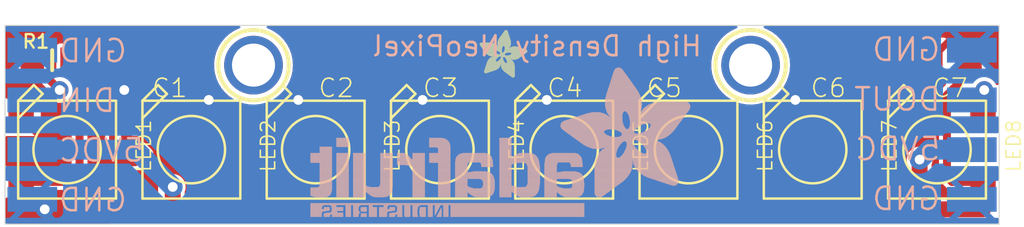
<source format=kicad_pcb>
(kicad_pcb (version 20221018) (generator pcbnew)
  (layers (0 "F.Cu" signal) (31 "B.Cu" signal) (34 "B.Paste" user) (35 "F.Paste" user) (36 "B.SilkS" user "B.Silkscreen") (37 "F.SilkS" user "F.Silkscreen") (38 "B.Mask" user) (39 "F.Mask" user) (44 "Edge.Cuts" user))
  (net 0 "")
  (net 1 "N$1")
  (net 2 "N$2")
  (net 3 "N$3")
  (net 4 "N$4")
  (net 5 "N$5")
  (net 6 "N$6")
  (net 7 "N$7")
  (net 8 "+5V")
  (net 9 "GND")
  (net 10 "N$8")
  (net 11 "N$9")
  (net 12 "N$10")
  (footprint "working:FIDUCIAL_1MM" (layer "F.Cu") (at 128.4351 101.7016)
    (fp_text reference "FID1" hide)
    (fp_text value "FIDUCIAL\"\"" hide)
    (pad "1" smd roundrect (at 0 0) (size 1 1) (layers "F.Cu" "F.Mask") (roundrect_rratio 0.5))
  )
  (footprint "working:WS2812B-NARROW" (layer "F.Cu") (at 132.6261 106.2736)
    (fp_text reference "LED2" (at 3.4925 -1.5875 90) (layer "F.SilkS") (effects (font (size 0.73152 0.73152) (thickness 0.08128)) (justify right top)))
    (fp_text value "WS2812B5050" hide)
    (pad "1-VDD" smd rect (at 2.35 1.65 180) (size 1.3 1.2) (layers "F.Cu" "F.Paste" "F.Mask") (net 8 "+5V"))
    (pad "2-DOUT" smd rect (at 2.35 -1.65 180) (size 1.3 1.2) (layers "F.Cu" "F.Paste" "F.Mask") (net 2 "N$2"))
    (pad "3-GND" smd rect (at -2.35 -1.65 180) (size 1.3 1.2) (layers "F.Cu" "F.Paste" "F.Mask") (net 9 "GND"))
    (pad "4-DIN" smd rect (at -2.35 1.65 180) (size 1.3 1.2) (layers "F.Cu" "F.Paste" "F.Mask") (net 1 "N$1"))
  )
  (footprint "working:MOUNTINGHOLE_2.0_PLATED" (layer "F.Cu") (at 161.2011 101.9556)
    (fp_text reference "U$3" hide)
    (fp_text value "MOUNTINGHOLE2.0" hide)
    (pad "P$1" thru_hole circle (at 0 0) (size 3 3) (drill 2.2) (layers "*.Cu" "*.Mask"))
    (zone (net 0) (net_name "") (layer "F.Cu") (connect_pads (clearance 0)) (min_thickness 0.25)
      (keepout (tracks not_allowed) (vias not_allowed) (pads not_allowed) (copperpour not_allowed) (footprints allowed))
      (fill (thermal_gap 0.5) (thermal_bridge_width 0.5))
      (polygon (pts (xy 163.2171 101.9556) (xy 163.19748 101.675027) (xy 163.139004 101.399915) (xy 163.042808 101.135619) (xy 162.910765 100.887283) (xy 162.745446 100.65974) (xy 162.550067 100.45742) (xy 162.328433 100.28426) (xy 162.084856 100.143631) (xy 161.824078 100.03827) (xy 161.551175 99.970228) (xy 161.271457 99.940828) (xy 160.990371 99.950644) (xy 160.713385 99.999484) (xy 160.445893 100.086397) (xy 160.1931 100.209693) (xy 159.959926 100.36697) (xy 159.750911 100.555169) (xy 159.570122 100.770625) (xy 159.421078 101.009145) (xy 159.30668 101.266087) (xy 159.229154 101.53645) (xy 159.190011 101.814971) (xy 159.190011 102.096229) (xy 159.229154 102.37475) (xy 159.30668 102.645113) (xy 159.421078 102.902055) (xy 159.570122 103.140575) (xy 159.750911 103.356031) (xy 159.959926 103.54423) (xy 160.1931 103.701507) (xy 160.445893 103.824803) (xy 160.713385 103.911716) (xy 160.990371 103.960556) (xy 161.271457 103.970372) (xy 161.551175 103.940972) (xy 161.824078 103.87293) (xy 162.084856 103.767569) (xy 162.328433 103.62694) (xy 162.550067 103.45378) (xy 162.745446 103.25146) (xy 162.910765 103.023917) (xy 163.042808 102.775581) (xy 163.139004 102.511285) (xy 163.19748 102.236173)))
      (polygon (pts (xy 161.1851 101.9556) (xy 161.189786 101.966914) (xy 161.2011 101.9716) (xy 161.212414 101.966914) (xy 161.2171 101.9556) (xy 161.212414 101.944286) (xy 161.2011 101.9396) (xy 161.189786 101.944286)))
    )
    (zone (net 0) (net_name "") (layer "B.Cu") (connect_pads (clearance 0)) (min_thickness 0.25)
      (keepout (tracks not_allowed) (vias not_allowed) (pads not_allowed) (copperpour not_allowed) (footprints allowed))
      (fill (thermal_gap 0.5) (thermal_bridge_width 0.5))
      (polygon (pts (xy 163.2171 101.9556) (xy 163.19748 101.675027) (xy 163.139004 101.399915) (xy 163.042808 101.135619) (xy 162.910765 100.887283) (xy 162.745446 100.65974) (xy 162.550067 100.45742) (xy 162.328433 100.28426) (xy 162.084856 100.143631) (xy 161.824078 100.03827) (xy 161.551175 99.970228) (xy 161.271457 99.940828) (xy 160.990371 99.950644) (xy 160.713385 99.999484) (xy 160.445893 100.086397) (xy 160.1931 100.209693) (xy 159.959926 100.36697) (xy 159.750911 100.555169) (xy 159.570122 100.770625) (xy 159.421078 101.009145) (xy 159.30668 101.266087) (xy 159.229154 101.53645) (xy 159.190011 101.814971) (xy 159.190011 102.096229) (xy 159.229154 102.37475) (xy 159.30668 102.645113) (xy 159.421078 102.902055) (xy 159.570122 103.140575) (xy 159.750911 103.356031) (xy 159.959926 103.54423) (xy 160.1931 103.701507) (xy 160.445893 103.824803) (xy 160.713385 103.911716) (xy 160.990371 103.960556) (xy 161.271457 103.970372) (xy 161.551175 103.940972) (xy 161.824078 103.87293) (xy 162.084856 103.767569) (xy 162.328433 103.62694) (xy 162.550067 103.45378) (xy 162.745446 103.25146) (xy 162.910765 103.023917) (xy 163.042808 102.775581) (xy 163.139004 102.511285) (xy 163.19748 102.236173)))
      (polygon (pts (xy 161.1851 101.9556) (xy 161.189786 101.966914) (xy 161.2011 101.9716) (xy 161.212414 101.966914) (xy 161.2171 101.9556) (xy 161.212414 101.944286) (xy 161.2011 101.9396) (xy 161.189786 101.944286)))
    )
  )
  (footprint "working:C0805K" (layer "F.Cu") (at 139.9921 101.7016 180)
    (fp_text reference "C2" (at -1 -0.875 180) (layer "F.SilkS") (effects (font (size 0.93472 0.93472) (thickness 0.08128)) (justify right top)))
    (fp_text value "")
    (pad "1" smd rect (at -1 0 180) (size 1.3 1.6) (layers "F.Cu" "F.Paste" "F.Mask") (net 8 "+5V"))
    (pad "2" smd rect (at 1 0 180) (size 1.3 1.6) (layers "F.Cu" "F.Paste" "F.Mask") (net 9 "GND"))
  )
  (footprint "working:C0805K" (layer "F.Cu") (at 171.3611 101.7016 180)
    (fp_text reference "C7" (at -1 -0.875 180) (layer "F.SilkS") (effects (font (size 0.93472 0.93472) (thickness 0.08128)) (justify right top)))
    (fp_text value "")
    (pad "1" smd rect (at -1 0 180) (size 1.3 1.6) (layers "F.Cu" "F.Paste" "F.Mask") (net 8 "+5V"))
    (pad "2" smd rect (at 1 0 180) (size 1.3 1.6) (layers "F.Cu" "F.Paste" "F.Mask") (net 9 "GND"))
  )
  (footprint "working:C0805K" (layer "F.Cu") (at 151.6761 101.7016 180)
    (fp_text reference "C4" (at -1 -0.875 180) (layer "F.SilkS") (effects (font (size 0.93472 0.93472) (thickness 0.08128)) (justify right top)))
    (fp_text value "")
    (pad "1" smd rect (at -1 0 180) (size 1.3 1.6) (layers "F.Cu" "F.Paste" "F.Mask") (net 8 "+5V"))
    (pad "2" smd rect (at 1 0 180) (size 1.3 1.6) (layers "F.Cu" "F.Paste" "F.Mask") (net 9 "GND"))
  )
  (footprint "working:MOUNTINGHOLE_2.0_PLATED" (layer "F.Cu") (at 135.8011 101.9556)
    (fp_text reference "U$2" hide)
    (fp_text value "MOUNTINGHOLE2.0" hide)
    (pad "P$1" thru_hole circle (at 0 0) (size 3 3) (drill 2.2) (layers "*.Cu" "*.Mask"))
    (zone (net 0) (net_name "") (layer "F.Cu") (connect_pads (clearance 0)) (min_thickness 0.25)
      (keepout (tracks not_allowed) (vias not_allowed) (pads not_allowed) (copperpour not_allowed) (footprints allowed))
      (fill (thermal_gap 0.5) (thermal_bridge_width 0.5))
      (polygon (pts (xy 137.8171 101.9556) (xy 137.79748 101.675027) (xy 137.739004 101.399915) (xy 137.642808 101.135619) (xy 137.510765 100.887283) (xy 137.345446 100.65974) (xy 137.150067 100.45742) (xy 136.928433 100.28426) (xy 136.684856 100.143631) (xy 136.424078 100.03827) (xy 136.151175 99.970228) (xy 135.871457 99.940828) (xy 135.590371 99.950644) (xy 135.313385 99.999484) (xy 135.045893 100.086397) (xy 134.7931 100.209693) (xy 134.559926 100.36697) (xy 134.350911 100.555169) (xy 134.170122 100.770625) (xy 134.021078 101.009145) (xy 133.90668 101.266087) (xy 133.829154 101.53645) (xy 133.790011 101.814971) (xy 133.790011 102.096229) (xy 133.829154 102.37475) (xy 133.90668 102.645113) (xy 134.021078 102.902055) (xy 134.170122 103.140575) (xy 134.350911 103.356031) (xy 134.559926 103.54423) (xy 134.7931 103.701507) (xy 135.045893 103.824803) (xy 135.313385 103.911716) (xy 135.590371 103.960556) (xy 135.871457 103.970372) (xy 136.151175 103.940972) (xy 136.424078 103.87293) (xy 136.684856 103.767569) (xy 136.928433 103.62694) (xy 137.150067 103.45378) (xy 137.345446 103.25146) (xy 137.510765 103.023917) (xy 137.642808 102.775581) (xy 137.739004 102.511285) (xy 137.79748 102.236173)))
      (polygon (pts (xy 135.7851 101.9556) (xy 135.789786 101.966914) (xy 135.8011 101.9716) (xy 135.812414 101.966914) (xy 135.8171 101.9556) (xy 135.812414 101.944286) (xy 135.8011 101.9396) (xy 135.789786 101.944286)))
    )
    (zone (net 0) (net_name "") (layer "B.Cu") (connect_pads (clearance 0)) (min_thickness 0.25)
      (keepout (tracks not_allowed) (vias not_allowed) (pads not_allowed) (copperpour not_allowed) (footprints allowed))
      (fill (thermal_gap 0.5) (thermal_bridge_width 0.5))
      (polygon (pts (xy 137.8171 101.9556) (xy 137.79748 101.675027) (xy 137.739004 101.399915) (xy 137.642808 101.135619) (xy 137.510765 100.887283) (xy 137.345446 100.65974) (xy 137.150067 100.45742) (xy 136.928433 100.28426) (xy 136.684856 100.143631) (xy 136.424078 100.03827) (xy 136.151175 99.970228) (xy 135.871457 99.940828) (xy 135.590371 99.950644) (xy 135.313385 99.999484) (xy 135.045893 100.086397) (xy 134.7931 100.209693) (xy 134.559926 100.36697) (xy 134.350911 100.555169) (xy 134.170122 100.770625) (xy 134.021078 101.009145) (xy 133.90668 101.266087) (xy 133.829154 101.53645) (xy 133.790011 101.814971) (xy 133.790011 102.096229) (xy 133.829154 102.37475) (xy 133.90668 102.645113) (xy 134.021078 102.902055) (xy 134.170122 103.140575) (xy 134.350911 103.356031) (xy 134.559926 103.54423) (xy 134.7931 103.701507) (xy 135.045893 103.824803) (xy 135.313385 103.911716) (xy 135.590371 103.960556) (xy 135.871457 103.970372) (xy 136.151175 103.940972) (xy 136.424078 103.87293) (xy 136.684856 103.767569) (xy 136.928433 103.62694) (xy 137.150067 103.45378) (xy 137.345446 103.25146) (xy 137.510765 103.023917) (xy 137.642808 102.775581) (xy 137.739004 102.511285) (xy 137.79748 102.236173)))
      (polygon (pts (xy 135.7851 101.9556) (xy 135.789786 101.966914) (xy 135.8011 101.9716) (xy 135.812414 101.966914) (xy 135.8171 101.9556) (xy 135.812414 101.944286) (xy 135.8011 101.9396) (xy 135.789786 101.944286)))
    )
  )
  (footprint "working:_0805MP" (layer "F.Cu") (at 125.5141 101.7016)
    (fp_text reference "R1" (at -1.5875 -0.9525) (layer "F.SilkS") (effects (font (size 0.692831 0.692831) (thickness 0.119969)) (justify left)))
    (fp_text value "470 OHM,")
    (pad "1" smd rect (at -1.016 0) (size 1.2 1.3) (layers "F.Cu" "F.Paste" "F.Mask") (net 10 "N$8"))
    (pad "2" smd rect (at 1.016 0) (size 1.2 1.3) (layers "F.Cu" "F.Paste" "F.Mask") (net 12 "N$10"))
  )
  (footprint "working:WS2812B-NARROW" (layer "F.Cu") (at 158.0261 106.2736)
    (fp_text reference "LED6" (at 3.4925 -1.5875 90) (layer "F.SilkS") (effects (font (size 0.73152 0.73152) (thickness 0.08128)) (justify right top)))
    (fp_text value "WS2812B5050" hide)
    (pad "1-VDD" smd rect (at 2.35 1.65 180) (size 1.3 1.2) (layers "F.Cu" "F.Paste" "F.Mask") (net 8 "+5V"))
    (pad "2-DOUT" smd rect (at 2.35 -1.65 180) (size 1.3 1.2) (layers "F.Cu" "F.Paste" "F.Mask") (net 6 "N$6"))
    (pad "3-GND" smd rect (at -2.35 -1.65 180) (size 1.3 1.2) (layers "F.Cu" "F.Paste" "F.Mask") (net 9 "GND"))
    (pad "4-DIN" smd rect (at -2.35 1.65 180) (size 1.3 1.2) (layers "F.Cu" "F.Paste" "F.Mask") (net 5 "N$5"))
  )
  (footprint "working:ADAFRUIT_2.5MM" (layer "F.Cu") (at 147.3581 102.5906)
    (fp_text reference "U$4" hide)
    (fp_text value "" hide)
  )
  (footprint "working:WS2812B-NARROW" (layer "F.Cu") (at 145.3261 106.2736)
    (fp_text reference "LED4" (at 3.4925 -1.5875 90) (layer "F.SilkS") (effects (font (size 0.73152 0.73152) (thickness 0.08128)) (justify right top)))
    (fp_text value "WS2812B5050" hide)
    (pad "1-VDD" smd rect (at 2.35 1.65 180) (size 1.3 1.2) (layers "F.Cu" "F.Paste" "F.Mask") (net 8 "+5V"))
    (pad "2-DOUT" smd rect (at 2.35 -1.65 180) (size 1.3 1.2) (layers "F.Cu" "F.Paste" "F.Mask") (net 4 "N$4"))
    (pad "3-GND" smd rect (at -2.35 -1.65 180) (size 1.3 1.2) (layers "F.Cu" "F.Paste" "F.Mask") (net 9 "GND"))
    (pad "4-DIN" smd rect (at -2.35 1.65 180) (size 1.3 1.2) (layers "F.Cu" "F.Paste" "F.Mask") (net 3 "N$3"))
  )
  (footprint "working:C0805K" (layer "F.Cu") (at 145.3261 101.7016 180)
    (fp_text reference "C3" (at -1 -0.875 180) (layer "F.SilkS") (effects (font (size 0.93472 0.93472) (thickness 0.08128)) (justify right top)))
    (fp_text value "")
    (pad "1" smd rect (at -1 0 180) (size 1.3 1.6) (layers "F.Cu" "F.Paste" "F.Mask") (net 8 "+5V"))
    (pad "2" smd rect (at 1 0 180) (size 1.3 1.6) (layers "F.Cu" "F.Paste" "F.Mask") (net 9 "GND"))
  )
  (footprint "working:WS2812B-NARROW" (layer "F.Cu") (at 170.7261 106.2736)
    (fp_text reference "LED8" (at 3.4925 -1.5875 90) (layer "F.SilkS") (effects (font (size 0.73152 0.73152) (thickness 0.08128)) (justify right top)))
    (fp_text value "WS2812B5050" hide)
    (pad "1-VDD" smd rect (at 2.35 1.65 180) (size 1.3 1.2) (layers "F.Cu" "F.Paste" "F.Mask") (net 8 "+5V"))
    (pad "2-DOUT" smd rect (at 2.35 -1.65 180) (size 1.3 1.2) (layers "F.Cu" "F.Paste" "F.Mask") (net 11 "N$9"))
    (pad "3-GND" smd rect (at -2.35 -1.65 180) (size 1.3 1.2) (layers "F.Cu" "F.Paste" "F.Mask") (net 9 "GND"))
    (pad "4-DIN" smd rect (at -2.35 1.65 180) (size 1.3 1.2) (layers "F.Cu" "F.Paste" "F.Mask") (net 7 "N$7"))
  )
  (footprint "working:FIDUCIAL_1MM" (layer "F.Cu") (at 168.1861 101.7016)
    (fp_text reference "FID3" hide)
    (fp_text value "FIDUCIAL\"\"" hide)
    (pad "1" smd roundrect (at 0 0) (size 1 1) (layers "F.Cu" "F.Mask") (roundrect_rratio 0.5))
  )
  (footprint "working:WS2812B-NARROW" (layer "F.Cu") (at 164.3761 106.2736)
    (fp_text reference "LED7" (at 3.4925 -1.5875 90) (layer "F.SilkS") (effects (font (size 0.73152 0.73152) (thickness 0.08128)) (justify right top)))
    (fp_text value "WS2812B5050" hide)
    (pad "1-VDD" smd rect (at 2.35 1.65 180) (size 1.3 1.2) (layers "F.Cu" "F.Paste" "F.Mask") (net 8 "+5V"))
    (pad "2-DOUT" smd rect (at 2.35 -1.65 180) (size 1.3 1.2) (layers "F.Cu" "F.Paste" "F.Mask") (net 7 "N$7"))
    (pad "3-GND" smd rect (at -2.35 -1.65 180) (size 1.3 1.2) (layers "F.Cu" "F.Paste" "F.Mask") (net 9 "GND"))
    (pad "4-DIN" smd rect (at -2.35 1.65 180) (size 1.3 1.2) (layers "F.Cu" "F.Paste" "F.Mask") (net 6 "N$6"))
  )
  (footprint "working:C0805K" (layer "F.Cu") (at 131.4831 101.7016 180)
    (fp_text reference "C1" (at -1 -0.875 180) (layer "F.SilkS") (effects (font (size 0.93472 0.93472) (thickness 0.08128)) (justify right top)))
    (fp_text value "")
    (pad "1" smd rect (at -1 0 180) (size 1.3 1.6) (layers "F.Cu" "F.Paste" "F.Mask") (net 8 "+5V"))
    (pad "2" smd rect (at 1 0 180) (size 1.3 1.6) (layers "F.Cu" "F.Paste" "F.Mask") (net 9 "GND"))
  )
  (footprint "working:WS2812B-NARROW" (layer "F.Cu") (at 126.2761 106.2736)
    (fp_text reference "LED1" (at 3.4925 -1.5875 90) (layer "F.SilkS") (effects (font (size 0.73152 0.73152) (thickness 0.08128)) (justify right top)))
    (fp_text value "WS2812B5050" hide)
    (pad "1-VDD" smd rect (at 2.35 1.65 180) (size 1.3 1.2) (layers "F.Cu" "F.Paste" "F.Mask") (net 8 "+5V"))
    (pad "2-DOUT" smd rect (at 2.35 -1.65 180) (size 1.3 1.2) (layers "F.Cu" "F.Paste" "F.Mask") (net 1 "N$1"))
    (pad "3-GND" smd rect (at -2.35 -1.65 180) (size 1.3 1.2) (layers "F.Cu" "F.Paste" "F.Mask") (net 9 "GND"))
    (pad "4-DIN" smd rect (at -2.35 1.65 180) (size 1.3 1.2) (layers "F.Cu" "F.Paste" "F.Mask") (net 12 "N$10"))
  )
  (footprint "working:WS2812B-NARROW" (layer "F.Cu") (at 138.9761 106.2736)
    (fp_text reference "LED3" (at 3.4925 -1.5875 90) (layer "F.SilkS") (effects (font (size 0.73152 0.73152) (thickness 0.08128)) (justify right top)))
    (fp_text value "WS2812B5050" hide)
    (pad "1-VDD" smd rect (at 2.35 1.65 180) (size 1.3 1.2) (layers "F.Cu" "F.Paste" "F.Mask") (net 8 "+5V"))
    (pad "2-DOUT" smd rect (at 2.35 -1.65 180) (size 1.3 1.2) (layers "F.Cu" "F.Paste" "F.Mask") (net 3 "N$3"))
    (pad "3-GND" smd rect (at -2.35 -1.65 180) (size 1.3 1.2) (layers "F.Cu" "F.Paste" "F.Mask") (net 9 "GND"))
    (pad "4-DIN" smd rect (at -2.35 1.65 180) (size 1.3 1.2) (layers "F.Cu" "F.Paste" "F.Mask") (net 2 "N$2"))
  )
  (footprint "working:C0805K" (layer "F.Cu") (at 165.1381 101.7016 180)
    (fp_text reference "C6" (at -1 -0.875 180) (layer "F.SilkS") (effects (font (size 0.93472 0.93472) (thickness 0.08128)) (justify right top)))
    (fp_text value "")
    (pad "1" smd rect (at -1 0 180) (size 1.3 1.6) (layers "F.Cu" "F.Paste" "F.Mask") (net 8 "+5V"))
    (pad "2" smd rect (at 1 0 180) (size 1.3 1.6) (layers "F.Cu" "F.Paste" "F.Mask") (net 9 "GND"))
  )
  (footprint "working:C0805K" (layer "F.Cu") (at 156.7561 101.7016 180)
    (fp_text reference "C5" (at -1 -0.875 180) (layer "F.SilkS") (effects (font (size 0.93472 0.93472) (thickness 0.08128)) (justify right top)))
    (fp_text value "")
    (pad "1" smd rect (at -1 0 180) (size 1.3 1.6) (layers "F.Cu" "F.Paste" "F.Mask") (net 8 "+5V"))
    (pad "2" smd rect (at 1 0 180) (size 1.3 1.6) (layers "F.Cu" "F.Paste" "F.Mask") (net 9 "GND"))
  )
  (footprint "working:WS2812B-NARROW" (layer "F.Cu") (at 151.6761 106.2736)
    (fp_text reference "LED5" (at 3.4925 -1.5875 90) (layer "F.SilkS") (effects (font (size 0.73152 0.73152) (thickness 0.08128)) (justify right top)))
    (fp_text value "WS2812B5050" hide)
    (pad "1-VDD" smd rect (at 2.35 1.65 180) (size 1.3 1.2) (layers "F.Cu" "F.Paste" "F.Mask") (net 8 "+5V"))
    (pad "2-DOUT" smd rect (at 2.35 -1.65 180) (size 1.3 1.2) (layers "F.Cu" "F.Paste" "F.Mask") (net 5 "N$5"))
    (pad "3-GND" smd rect (at -2.35 -1.65 180) (size 1.3 1.2) (layers "F.Cu" "F.Paste" "F.Mask") (net 9 "GND"))
    (pad "4-DIN" smd rect (at -2.35 1.65 180) (size 1.3 1.2) (layers "F.Cu" "F.Paste" "F.Mask") (net 4 "N$4"))
  )
  (footprint "working:ADAFRUIT_TEXT_20MM" (layer "B.Cu") (at 158.2801 109.7026 180)
    (fp_text reference "U$1" hide)
    (fp_text value "" hide)
  )
  (footprint "working:1X4-SMT" (layer "B.Cu") (at 124.4981 105.0036 90)
    (fp_text reference "CN2" hide)
    (fp_text value "1X4SMT" hide)
    (pad "1" smd rect (at -3.81 0 90) (size 1.27 2.54) (layers "B.Cu" "B.Paste" "B.Mask") (net 9 "GND"))
    (pad "2" smd rect (at -1.27 0 90) (size 1.27 2.54) (layers "B.Cu" "B.Paste" "B.Mask") (net 8 "+5V"))
    (pad "3" smd rect (at 1.27 0 90) (size 1.27 2.54) (layers "B.Cu" "B.Paste" "B.Mask") (net 10 "N$8"))
    (pad "4" smd rect (at 3.81 0 90) (size 1.27 2.54) (layers "B.Cu" "B.Paste" "B.Mask") (net 9 "GND"))
  )
  (footprint "working:1X4-SMT" (layer "B.Cu") (at 172.5041 105.0036 -90)
    (fp_text reference "CN1" hide)
    (fp_text value "1X4SMT" hide)
    (pad "1" smd rect (at -3.81 0 270) (size 1.27 2.54) (layers "B.Cu" "B.Paste" "B.Mask") (net 9 "GND"))
    (pad "2" smd rect (at -1.27 0 270) (size 1.27 2.54) (layers "B.Cu" "B.Paste" "B.Mask") (net 11 "N$9"))
    (pad "3" smd rect (at 1.27 0 270) (size 1.27 2.54) (layers "B.Cu" "B.Paste" "B.Mask") (net 8 "+5V"))
    (pad "4" smd rect (at 3.81 0 270) (size 1.27 2.54) (layers "B.Cu" "B.Paste" "B.Mask") (net 9 "GND"))
  )
  (gr_line (start 173.9011 110.0836) (end 173.9011 99.9236) (stroke (width 0.05)) (layer "Edge.Cuts"))
  (gr_line (start 173.9011 99.9236) (end 123.1011 99.9236) (stroke (width 0.05)) (layer "Edge.Cuts"))
  (gr_line (start 123.1011 110.0836) (end 173.9011 110.0836) (stroke (width 0.05)) (layer "Edge.Cuts"))
  (gr_line (start 123.1011 99.9236) (end 123.1011 110.0836) (stroke (width 0.05)) (layer "Edge.Cuts"))
  (gr_text "GND" (at 170.9801 109.4486) (layer "B.SilkS") (effects (font (size 1.143 1.143) (thickness 0.127)) (justify left bottom mirror)))
  (gr_text "DIN" (at 125.7681 103.0986) (layer "B.SilkS") (effects (font (size 1.143 1.143) (thickness 0.127)) (justify right top mirror)))
  (gr_text "5VDC" (at 125.7681 105.6386) (layer "B.SilkS") (effects (font (size 1.143 1.143) (thickness 0.127)) (justify right top mirror)))
  (gr_text "DOUT" (at 170.9801 104.3686) (layer "B.SilkS") (effects (font (size 1.143 1.143) (thickness 0.127)) (justify left bottom mirror)))
  (gr_text "GND" (at 125.7681 108.1786) (layer "B.SilkS") (effects (font (size 1.143 1.143) (thickness 0.127)) (justify right top mirror)))
  (gr_text "High Density NeoPixel" (at 158.7881 101.5746) (layer "B.SilkS") (effects (font (size 1.00584 1.00584) (thickness 0.13716)) (justify left bottom mirror)))
  (gr_text "GND" (at 170.9801 101.8286) (layer "B.SilkS") (effects (font (size 1.143 1.143) (thickness 0.127)) (justify left bottom mirror)))
  (gr_text "5VDC" (at 170.9801 106.9086) (layer "B.SilkS") (effects (font (size 1.143 1.143) (thickness 0.127)) (justify left bottom mirror)))
  (gr_text "GND" (at 125.7681 100.5586) (layer "B.SilkS") (effects (font (size 1.143 1.143) (thickness 0.127)) (justify right top mirror)))
  (segment (start 130.2761 107.9236) (end 130.2761 106.5276) (width 0.4064) (layer "F.Cu") (net 1))
  (segment (start 130.0221 106.2736) (end 128.8801 106.2736) (width 0.4064) (layer "F.Cu") (net 1))
  (segment (start 128.6261 106.0196) (end 128.8801 106.2736) (width 0.4064) (layer "F.Cu") (net 1))
  (segment (start 130.2761 106.5276) (end 130.0221 106.2736) (width 0.4064) (layer "F.Cu") (net 1))
  (segment (start 128.6261 104.6236) (end 128.6261 106.0196) (width 0.4064) (layer "F.Cu") (net 1))
  (segment (start 136.6261 106.5276) (end 136.3721 106.2736) (width 0.4064) (layer "F.Cu") (net 2))
  (segment (start 136.6261 107.9236) (end 136.6261 106.5276) (width 0.4064) (layer "F.Cu") (net 2))
  (segment (start 136.3721 106.2736) (end 135.2301 106.2736) (width 0.4064) (layer "F.Cu") (net 2))
  (segment (start 134.9761 106.0196) (end 135.2301 106.2736) (width 0.4064) (layer "F.Cu") (net 2))
  (segment (start 134.9761 104.6236) (end 134.9761 106.0196) (width 0.4064) (layer "F.Cu") (net 2))
  (segment (start 141.3261 104.6236) (end 141.3261 106.0196) (width 0.4064) (layer "F.Cu") (net 3))
  (segment (start 142.9761 106.5276) (end 142.7221 106.2736) (width 0.4064) (layer "F.Cu") (net 3))
  (segment (start 141.3261 106.0196) (end 141.5801 106.2736) (width 0.4064) (layer "F.Cu") (net 3))
  (segment (start 142.7221 106.2736) (end 141.5801 106.2736) (width 0.4064) (layer "F.Cu") (net 3))
  (segment (start 142.9761 107.9236) (end 142.9761 106.5276) (width 0.4064) (layer "F.Cu") (net 3))
  (segment (start 147.9301 106.2736) (end 149.0721 106.2736) (width 0.4064) (layer "F.Cu") (net 4))
  (segment (start 149.3261 107.9236) (end 149.3261 106.5276) (width 0.4064) (layer "F.Cu") (net 4))
  (segment (start 147.6761 106.0196) (end 147.9301 106.2736) (width 0.4064) (layer "F.Cu") (net 4))
  (segment (start 149.3261 106.5276) (end 149.0721 106.2736) (width 0.4064) (layer "F.Cu") (net 4))
  (segment (start 147.6761 104.6236) (end 147.6761 106.0196) (width 0.4064) (layer "F.Cu") (net 4))
  (segment (start 155.6761 107.9236) (end 155.6761 106.5276) (width 0.4064) (layer "F.Cu") (net 5))
  (segment (start 154.0261 106.0196) (end 154.2801 106.2736) (width 0.4064) (layer "F.Cu") (net 5))
  (segment (start 154.0261 104.6236) (end 154.0261 106.0196) (width 0.4064) (layer "F.Cu") (net 5))
  (segment (start 155.6761 106.5276) (end 155.4221 106.2736) (width 0.4064) (layer "F.Cu") (net 5))
  (segment (start 155.4221 106.2736) (end 154.8511 106.2736) (width 0.4064) (layer "F.Cu") (net 5))
  (segment (start 154.2801 106.2736) (end 154.3431 106.2736) (width 0.4064) (layer "F.Cu") (net 5))
  (segment (start 154.3431 106.2736) (end 154.8511 106.2736) (width 0.4064) (layer "F.Cu") (net 5))
  (segment (start 161.7721 106.2736) (end 160.6301 106.2736) (width 0.4064) (layer "F.Cu") (net 6))
  (segment (start 162.0261 106.5276) (end 161.7721 106.2736) (width 0.4064) (layer "F.Cu") (net 6))
  (segment (start 160.3761 104.6236) (end 160.3761 106.0196) (width 0.4064) (layer "F.Cu") (net 6))
  (segment (start 160.3761 106.0196) (end 160.6301 106.2736) (width 0.4064) (layer "F.Cu") (net 6))
  (segment (start 162.0261 107.9236) (end 162.0261 106.5276) (width 0.4064) (layer "F.Cu") (net 6))
  (segment (start 168.1221 106.2736) (end 166.9801 106.2736) (width 0.4064) (layer "F.Cu") (net 7))
  (segment (start 168.3761 107.9236) (end 168.3761 106.5276) (width 0.4064) (layer "F.Cu") (net 7))
  (segment (start 168.3761 106.5276) (end 168.1221 106.2736) (width 0.4064) (layer "F.Cu") (net 7))
  (segment (start 166.7261 104.6236) (end 166.7261 106.0196) (width 0.4064) (layer "F.Cu") (net 7))
  (segment (start 166.7261 106.0196) (end 166.9801 106.2736) (width 0.4064) (layer "F.Cu") (net 7))
  (segment (start 171.8691 102.8446) (end 171.8691 102.1936) (width 0.4064) (layer "F.Cu") (net 8))
  (segment (start 141.6431 109.3216) (end 147.7391 109.3216) (width 0.8128) (layer "F.Cu") (net 8))
  (segment (start 166.7261 109.3216) (end 167.0431 109.3216) (width 0.4064) (layer "F.Cu") (net 8))
  (segment (start 165.7731 102.7176) (end 165.7731 102.0666) (width 0.4064) (layer "F.Cu") (net 8))
  (segment (start 140.6271 102.7176) (end 140.6271 102.0666) (width 0.4064) (layer "F.Cu") (net 8))
  (segment (start 154.0261 107.9236) (end 154.0261 109.3216) (width 0.4064) (layer "F.Cu") (net 8))
  (segment (start 173.0761 109.3216) (end 173.0761 107.9236) (width 0.4064) (layer "F.Cu") (net 8))
  (segment (start 171.2341 103.4796) (end 171.8691 102.8446) (width 0.4064) (layer "F.Cu") (net 8))
  (segment (start 166.7261 107.9236) (end 166.7261 109.3216) (width 0.4064) (layer "F.Cu") (net 8))
  (segment (start 158.0101 107.9236) (end 160.3761 107.9236) (width 0.4064) (layer "F.Cu") (net 8))
  (segment (start 154.0261 109.3216) (end 154.3431 109.3216) (width 0.4064) (layer "F.Cu") (net 8))
  (segment (start 152.9301 107.9236) (end 152.6761 107.6696) (width 0.4064) (layer "F.Cu") (net 8))
  (segment (start 166.7261 107.9236) (end 165.7731 107.9236) (width 0.4064) (layer "F.Cu") (net 8))
  (segment (start 171.2341 107.6696) (end 171.2341 103.4796) (width 0.4064) (layer "F.Cu") (net 8))
  (segment (start 133.371243 107.9236) (end 132.4831 107.035457) (width 0.4064) (layer "F.Cu") (net 8))
  (segment (start 131.6736 108.1786) (end 131.6736 109.3216) (width 0.8128) (layer "F.Cu") (net 8))
  (segment (start 165.7731 102.0666) (end 166.1381 101.7016) (width 0.4064) (layer "F.Cu") (net 8))
  (segment (start 157.7561 101.7016) (end 157.7561 107.6696) (width 0.4064) (layer "F.Cu") (net 8))
  (segment (start 134.9761 107.9236) (end 133.371243 107.9236) (width 0.4064) (layer "F.Cu") (net 8))
  (segment (start 169.8371 109.3216) (end 173.0761 109.3216) (width 0.8128) (layer "F.Cu") (net 8))
  (segment (start 154.0261 107.9236) (end 152.9301 107.9236) (width 0.4064) (layer "F.Cu") (net 8))
  (segment (start 132.4831 107.035457) (end 132.4831 101.7016) (width 0.4064) (layer "F.Cu") (net 8))
  (segment (start 134.9761 107.9236) (end 134.9761 109.3216) (width 0.4064) (layer "F.Cu") (net 8))
  (segment (start 139.9921 103.3526) (end 140.6271 102.7176) (width 0.4064) (layer "F.Cu") (net 8))
  (segment (start 139.9921 107.6696) (end 139.9921 103.3526) (width 0.4064) (layer "F.Cu") (net 8))
  (segment (start 128.6261 109.3216) (end 131.6736 109.3216) (width 0.8128) (layer "F.Cu") (net 8))
  (segment (start 146.5801 107.9236) (end 146.3261 107.6696) (width 0.4064) (layer "F.Cu") (net 8))
  (segment (start 147.6761 109.3216) (end 147.7391 109.3216) (width 0.4064) (layer "F.Cu") (net 8))
  (segment (start 154.3431 109.3216) (end 160.9471 109.3216) (width 0.8128) (layer "F.Cu") (net 8))
  (segment (start 147.6761 107.9236) (end 146.5801 107.9236) (width 0.4064) (layer "F.Cu") (net 8))
  (segment (start 165.7731 107.9236) (end 165.5191 107.6696) (width 0.4064) (layer "F.Cu") (net 8))
  (segment (start 147.6761 107.9236) (end 147.6761 109.3216) (width 0.4064) (layer "F.Cu") (net 8))
  (segment (start 140.2461 107.9236) (end 139.9921 107.6696) (width 0.4064) (layer "F.Cu") (net 8))
  (segment (start 134.9761 109.3216) (end 136.3091 109.3216) (width 0.4064) (layer "F.Cu") (net 8))
  (segment (start 171.8691 102.1936) (end 172.3611 101.7016) (width 0.4064) (layer "F.Cu") (net 8))
  (segment (start 173.0761 107.9236) (end 171.4881 107.9236) (width 0.4064) (layer "F.Cu") (net 8))
  (segment (start 171.4881 107.9236) (end 171.2341 107.6696) (width 0.4064) (layer "F.Cu") (net 8))
  (segment (start 167.0431 109.3216) (end 169.8371 109.3216) (width 0.8128) (layer "F.Cu") (net 8))
  (segment (start 157.7561 107.6696) (end 158.0101 107.9236) (width 0.4064) (layer "F.Cu") (net 8))
  (segment (start 160.3761 107.9236) (end 160.3761 109.3216) (width 0.4064) (layer "F.Cu") (net 8))
  (segment (start 169.8371 106.7816) (end 169.8371 109.3216) (width 0.8128) (layer "F.Cu") (net 8))
  (segment (start 165.5191 102.9716) (end 165.7731 102.7176) (width 0.4064) (layer "F.Cu") (net 8))
  (segment (start 141.3261 107.9236) (end 141.3261 109.3216) (width 0.4064) (layer "F.Cu") (net 8))
  (segment (start 128.6261 107.9236) (end 128.6261 109.3216) (width 0.4064) (layer "F.Cu") (net 8))
  (segment (start 165.5191 107.6696) (end 165.5191 102.9716) (width 0.4064) (layer "F.Cu") (net 8))
  (segment (start 160.3761 109.3216) (end 160.9471 109.3216) (width 0.4064) (layer "F.Cu") (net 8))
  (segment (start 152.6761 107.6696) (end 152.6761 101.7016) (width 0.4064) (layer "F.Cu") (net 8))
  (segment (start 131.6736 109.3216) (end 136.3091 109.3216) (width 0.8128) (layer "F.Cu") (net 8))
  (segment (start 146.3261 107.6696) (end 146.3261 101.7016) (width 0.4064) (layer "F.Cu") (net 8))
  (segment (start 141.3261 107.9236) (end 140.2461 107.9236) (width 0.4064) (layer "F.Cu") (net 8))
  (segment (start 140.6271 102.0666) (end 140.9921 101.7016) (width 0.4064) (layer "F.Cu") (net 8))
  (segment (start 136.3091 109.3216) (end 141.6431 109.3216) (width 0.8128) (layer "F.Cu") (net 8))
  (segment (start 141.3261 109.3216) (end 141.6431 109.3216) (width 0.4064) (layer "F.Cu") (net 8))
  (segment (start 160.9471 109.3216) (end 167.0431 109.3216) (width 0.8128) (layer "F.Cu") (net 8))
  (segment (start 147.7391 109.3216) (end 154.3431 109.3216) (width 0.8128) (layer "F.Cu") (net 8))
  (via (at 131.6736 108.1786) (size 0.9064) (drill 0.5) (layers "F.Cu" "B.Cu") (net 8))
  (via (at 169.8371 106.7816) (size 0.9064) (drill 0.5) (layers "F.Cu" "B.Cu") (net 8))
  (segment (start 170.3451 106.2736) (end 172.5041 106.2736) (width 1.016) (layer "B.Cu") (net 8))
  (segment (start 129.7686 106.2736) (end 131.6736 108.1786) (width 1.016) (layer "B.Cu") (net 8))
  (segment (start 169.8371 106.7816) (end 170.3451 106.2736) (width 1.016) (layer "B.Cu") (net 8))
  (segment (start 124.4981 106.2736) (end 129.7686 106.2736) (width 1.016) (layer "B.Cu") (net 8))
  (via (at 129.1971 103.2256) (size 0.9064) (drill 0.5) (layers "F.Cu" "B.Cu") (net 9))
  (via (at 138.0871 103.7336) (size 0.9064) (drill 0.5) (layers "F.Cu" "B.Cu") (net 9))
  (via (at 163.4871 103.7336) (size 0.9064) (drill 0.5) (layers "F.Cu" "B.Cu") (net 9))
  (via (at 125.1331 109.3216) (size 0.9064) (drill 0.5) (layers "F.Cu" "B.Cu") (net 9))
  (via (at 133.5151 103.7336) (size 0.9064) (drill 0.5) (layers "F.Cu" "B.Cu") (net 9))
  (via (at 144.4371 103.7336) (size 0.9064) (drill 0.5) (layers "F.Cu" "B.Cu") (net 9))
  (via (at 150.7871 103.7336) (size 0.9064) (drill 0.5) (layers "F.Cu" "B.Cu") (net 9))
  (segment (start 124.4981 101.8286) (end 125.8951 103.2256) (width 0.4064) (layer "F.Cu") (net 10))
  (segment (start 124.4981 101.7016) (end 124.4981 101.8286) (width 0.4064) (layer "F.Cu") (net 10))
  (via (at 125.8951 103.2256) (size 0.9064) (drill 0.5) (layers "F.Cu" "B.Cu") (net 10))
  (segment (start 124.4981 103.7336) (end 125.3871 103.7336) (width 0.4064) (layer "B.Cu") (net 10))
  (segment (start 125.3871 103.7336) (end 125.8951 103.2256) (width 0.4064) (layer "B.Cu") (net 10))
  (segment (start 173.1391 104.5606) (end 173.1391 103.2256) (width 0.4064) (layer "F.Cu") (net 11))
  (segment (start 173.0761 104.6236) (end 173.1391 104.5606) (width 0.4064) (layer "F.Cu") (net 11))
  (via (at 173.1391 103.2256) (size 0.9064) (drill 0.5) (layers "F.Cu" "B.Cu") (net 11))
  (segment (start 173.1391 103.2256) (end 172.6311 103.7336) (width 0.4064) (layer "B.Cu") (net 11))
  (segment (start 172.6311 103.7336) (end 172.5041 103.7336) (width 0.4064) (layer "B.Cu") (net 11))
  (segment (start 126.9111 102.0826) (end 126.5301 101.7016) (width 0.4064) (layer "F.Cu") (net 12))
  (segment (start 123.9261 107.9236) (end 126.6571 107.9236) (width 0.4064) (layer "F.Cu") (net 12))
  (segment (start 126.6571 107.9236) (end 126.9111 107.6696) (width 0.4064) (layer "F.Cu") (net 12))
  (segment (start 126.9111 107.6696) (end 126.9111 102.0826) (width 0.4064) (layer "F.Cu") (net 12))
  (zone (net 9) (net_name "GND") (layer "F.Cu") (priority 6) (connect_pads (clearance 0.000001)) (min_thickness 0.1524) (fill yes (thermal_gap 0.3548) (thermal_bridge_width 0.3548))
    (polygon (pts (xy 174.1805 110.236) (xy 122.9487 110.236) (xy 122.9487 99.7712) (xy 174.1805 99.7712)))
  )
  (zone (net 9) (net_name "GND") (layer "B.Cu") (priority 6) (connect_pads (clearance 0.000001)) (min_thickness 0.127) (fill yes (thermal_gap 0.304) (thermal_bridge_width 0.304))
    (polygon (pts (xy 174.1551 110.2106) (xy 122.8471 110.2106) (xy 122.8471 99.6696) (xy 174.1551 99.6696)))
  )
)
</source>
